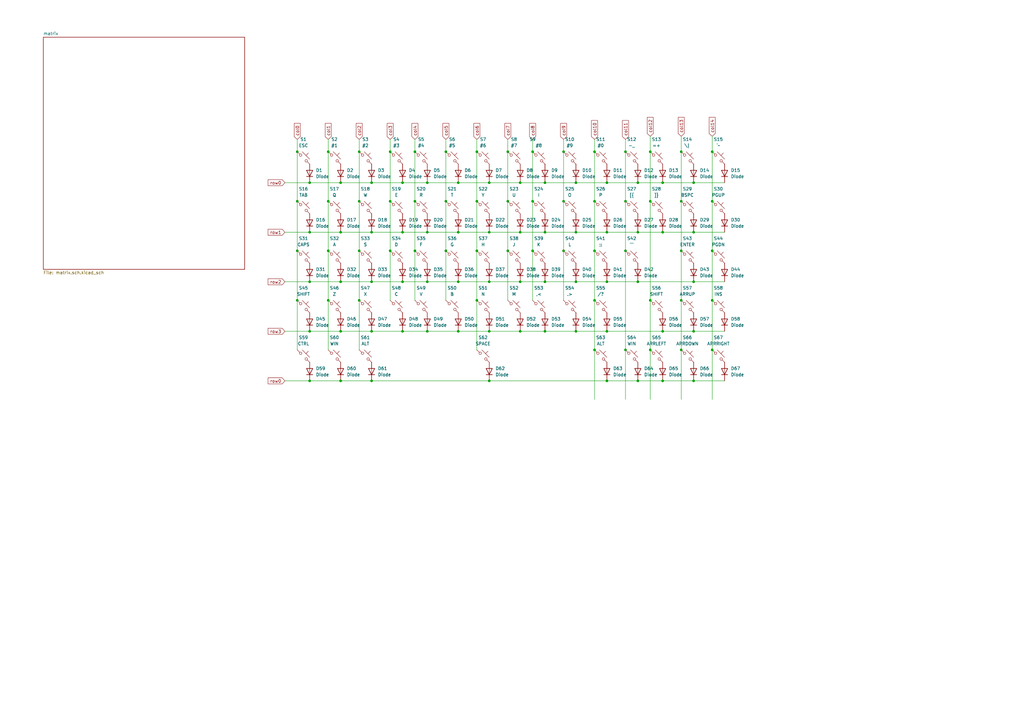
<source format=kicad_sch>
(kicad_sch (version 20231120) (generator "eeschema") (generator_version "8.0")
  (paper "A3")
  (junction (at 208.28 82.55))
  (junction (at 134.62 102.87))
  (junction (at 127 115.57))
  (junction (at 223.52 95.25))
  (junction (at 160.02 82.55))
  (junction (at 261.62 156.21))
  (junction (at 236.22 74.93))
  (junction (at 243.84 82.55))
  (junction (at 292.1 123.19))
  (junction (at 248.92 135.89))
  (junction (at 121.92 62.23))
  (junction (at 200.66 74.93))
  (junction (at 134.62 82.55))
  (junction (at 208.28 102.87))
  (junction (at 218.44 102.87))
  (junction (at 165.1 95.25))
  (junction (at 284.48 95.25))
  (junction (at 261.62 95.25))
  (junction (at 160.02 62.23))
  (junction (at 248.92 74.93))
  (junction (at 284.48 115.57))
  (junction (at 195.58 123.19))
  (junction (at 271.78 156.21))
  (junction (at 243.84 62.23))
  (junction (at 231.14 102.87))
  (junction (at 134.62 123.19))
  (junction (at 127 74.93))
  (junction (at 139.7 74.93))
  (junction (at 170.18 82.55))
  (junction (at 147.32 102.87))
  (junction (at 139.7 156.21))
  (junction (at 175.26 95.25))
  (junction (at 200.66 115.57))
  (junction (at 292.1 62.23))
  (junction (at 127 95.25))
  (junction (at 213.36 115.57))
  (junction (at 165.1 115.57))
  (junction (at 182.88 62.23))
  (junction (at 279.4 62.23))
  (junction (at 170.18 62.23))
  (junction (at 279.4 102.87))
  (junction (at 261.62 115.57))
  (junction (at 213.36 95.25))
  (junction (at 147.32 62.23))
  (junction (at 223.52 115.57))
  (junction (at 236.22 135.89))
  (junction (at 147.32 82.55))
  (junction (at 121.92 123.19))
  (junction (at 271.78 95.25))
  (junction (at 292.1 143.51))
  (junction (at 256.54 143.51))
  (junction (at 170.18 102.87))
  (junction (at 292.1 82.55))
  (junction (at 266.7 82.55))
  (junction (at 243.84 143.51))
  (junction (at 165.1 135.89))
  (junction (at 208.28 62.23))
  (junction (at 152.4 74.93))
  (junction (at 121.92 82.55))
  (junction (at 271.78 135.89))
  (junction (at 248.92 156.21))
  (junction (at 271.78 74.93))
  (junction (at 165.1 74.93))
  (junction (at 139.7 115.57))
  (junction (at 256.54 102.87))
  (junction (at 152.4 156.21))
  (junction (at 236.22 95.25))
  (junction (at 152.4 135.89))
  (junction (at 218.44 82.55))
  (junction (at 213.36 74.93))
  (junction (at 187.96 115.57))
  (junction (at 200.66 156.21))
  (junction (at 175.26 115.57))
  (junction (at 223.52 135.89))
  (junction (at 139.7 135.89))
  (junction (at 213.36 135.89))
  (junction (at 266.7 123.19))
  (junction (at 243.84 102.87))
  (junction (at 187.96 74.93))
  (junction (at 160.02 102.87))
  (junction (at 231.14 82.55))
  (junction (at 195.58 62.23))
  (junction (at 182.88 102.87))
  (junction (at 195.58 102.87))
  (junction (at 284.48 74.93))
  (junction (at 256.54 62.23))
  (junction (at 139.7 95.25))
  (junction (at 279.4 143.51))
  (junction (at 134.62 62.23))
  (junction (at 284.48 156.21))
  (junction (at 279.4 123.19))
  (junction (at 248.92 115.57))
  (junction (at 256.54 82.55))
  (junction (at 223.52 74.93))
  (junction (at 175.26 135.89))
  (junction (at 175.26 74.93))
  (junction (at 243.84 123.19))
  (junction (at 152.4 95.25))
  (junction (at 236.22 115.57))
  (junction (at 266.7 62.23))
  (junction (at 292.1 102.87))
  (junction (at 218.44 62.23))
  (junction (at 248.92 95.25))
  (junction (at 187.96 135.89))
  (junction (at 261.62 74.93))
  (junction (at 200.66 95.25))
  (junction (at 127 135.89))
  (junction (at 152.4 115.57))
  (junction (at 187.96 95.25))
  (junction (at 182.88 82.55))
  (junction (at 266.7 143.51))
  (junction (at 279.4 82.55))
  (junction (at 284.48 135.89))
  (junction (at 127 156.21))
  (junction (at 121.92 102.87))
  (junction (at 231.14 62.23))
  (junction (at 195.58 82.55))
  (junction (at 200.66 135.89))
  (junction (at 147.32 123.19))
  (wire (pts (xy 208.28 102.87) (xy 208.28 123.19)))
  (wire (pts (xy 279.4 143.51) (xy 279.4 163.83)))
  (wire (pts (xy 200.66 156.21) (xy 248.92 156.21)))
  (wire (pts (xy 213.36 115.57) (xy 223.52 115.57)))
  (wire (pts (xy 160.02 82.55) (xy 160.02 102.87)))
  (wire (pts (xy 116.84 156.21) (xy 127 156.21)))
  (wire (pts (xy 266.7 55.88) (xy 266.7 62.23)))
  (wire (pts (xy 218.44 82.55) (xy 218.44 102.87)))
  (wire (pts (xy 182.88 82.55) (xy 182.88 102.87)))
  (wire (pts (xy 187.96 95.25) (xy 200.66 95.25)))
  (wire (pts (xy 165.1 74.93) (xy 175.26 74.93)))
  (wire (pts (xy 279.4 82.55) (xy 279.4 102.87)))
  (wire (pts (xy 134.62 82.55) (xy 134.62 102.87)))
  (wire (pts (xy 284.48 156.21) (xy 297.18 156.21)))
  (wire (pts (xy 256.54 57.15) (xy 256.54 62.23)))
  (wire (pts (xy 200.66 115.57) (xy 213.36 115.57)))
  (wire (pts (xy 152.4 115.57) (xy 165.1 115.57)))
  (wire (pts (xy 248.92 95.25) (xy 261.62 95.25)))
  (wire (pts (xy 127 156.21) (xy 139.7 156.21)))
  (wire (pts (xy 243.84 62.23) (xy 243.84 82.55)))
  (wire (pts (xy 182.88 57.15) (xy 182.88 62.23)))
  (wire (pts (xy 292.1 102.87) (xy 292.1 123.19)))
  (wire (pts (xy 175.26 135.89) (xy 187.96 135.89)))
  (wire (pts (xy 200.66 74.93) (xy 213.36 74.93)))
  (wire (pts (xy 261.62 156.21) (xy 271.78 156.21)))
  (wire (pts (xy 231.14 57.15) (xy 231.14 62.23)))
  (wire (pts (xy 170.18 102.87) (xy 170.18 123.19)))
  (wire (pts (xy 231.14 82.55) (xy 231.14 102.87)))
  (wire (pts (xy 292.1 143.51) (xy 292.1 163.83)))
  (wire (pts (xy 284.48 135.89) (xy 297.18 135.89)))
  (wire (pts (xy 139.7 95.25) (xy 152.4 95.25)))
  (wire (pts (xy 256.54 62.23) (xy 256.54 82.55)))
  (wire (pts (xy 195.58 102.87) (xy 195.58 123.19)))
  (wire (pts (xy 187.96 115.57) (xy 200.66 115.57)))
  (wire (pts (xy 231.14 102.87) (xy 231.14 123.19)))
  (wire (pts (xy 236.22 95.25) (xy 248.92 95.25)))
  (wire (pts (xy 160.02 57.15) (xy 160.02 62.23)))
  (wire (pts (xy 121.92 57.15) (xy 121.92 62.23)))
  (wire (pts (xy 175.26 95.25) (xy 187.96 95.25)))
  (wire (pts (xy 243.84 57.15) (xy 243.84 62.23)))
  (wire (pts (xy 218.44 57.15) (xy 218.44 62.23)))
  (wire (pts (xy 218.44 102.87) (xy 218.44 123.19)))
  (wire (pts (xy 223.52 135.89) (xy 236.22 135.89)))
  (wire (pts (xy 213.36 95.25) (xy 223.52 95.25)))
  (wire (pts (xy 182.88 62.23) (xy 182.88 82.55)))
  (wire (pts (xy 248.92 135.89) (xy 271.78 135.89)))
  (wire (pts (xy 134.62 57.15) (xy 134.62 62.23)))
  (wire (pts (xy 256.54 143.51) (xy 256.54 163.83)))
  (wire (pts (xy 121.92 62.23) (xy 121.92 82.55)))
  (wire (pts (xy 261.62 95.25) (xy 271.78 95.25)))
  (wire (pts (xy 292.1 123.19) (xy 292.1 143.51)))
  (wire (pts (xy 147.32 82.55) (xy 147.32 102.87)))
  (wire (pts (xy 127 95.25) (xy 139.7 95.25)))
  (wire (pts (xy 243.84 123.19) (xy 243.84 143.51)))
  (wire (pts (xy 271.78 135.89) (xy 284.48 135.89)))
  (wire (pts (xy 292.1 82.55) (xy 292.1 102.87)))
  (wire (pts (xy 223.52 74.93) (xy 236.22 74.93)))
  (wire (pts (xy 200.66 135.89) (xy 213.36 135.89)))
  (wire (pts (xy 127 135.89) (xy 139.7 135.89)))
  (wire (pts (xy 261.62 115.57) (xy 284.48 115.57)))
  (wire (pts (xy 134.62 102.87) (xy 134.62 123.19)))
  (wire (pts (xy 134.62 123.19) (xy 134.62 143.51)))
  (wire (pts (xy 134.62 62.23) (xy 134.62 82.55)))
  (wire (pts (xy 231.14 62.23) (xy 231.14 82.55)))
  (wire (pts (xy 147.32 57.15) (xy 147.32 62.23)))
  (wire (pts (xy 279.4 102.87) (xy 279.4 123.19)))
  (wire (pts (xy 127 74.93) (xy 139.7 74.93)))
  (wire (pts (xy 213.36 135.89) (xy 223.52 135.89)))
  (wire (pts (xy 195.58 62.23) (xy 195.58 82.55)))
  (wire (pts (xy 165.1 135.89) (xy 175.26 135.89)))
  (wire (pts (xy 223.52 115.57) (xy 236.22 115.57)))
  (wire (pts (xy 292.1 62.23) (xy 292.1 82.55)))
  (wire (pts (xy 279.4 62.23) (xy 279.4 82.55)))
  (wire (pts (xy 127 115.57) (xy 139.7 115.57)))
  (wire (pts (xy 236.22 74.93) (xy 248.92 74.93)))
  (wire (pts (xy 139.7 156.21) (xy 152.4 156.21)))
  (wire (pts (xy 195.58 123.19) (xy 195.58 143.51)))
  (wire (pts (xy 139.7 135.89) (xy 152.4 135.89)))
  (wire (pts (xy 170.18 82.55) (xy 170.18 102.87)))
  (wire (pts (xy 116.84 115.57) (xy 127 115.57)))
  (wire (pts (xy 243.84 102.87) (xy 243.84 123.19)))
  (wire (pts (xy 208.28 57.15) (xy 208.28 62.23)))
  (wire (pts (xy 218.44 62.23) (xy 218.44 82.55)))
  (wire (pts (xy 292.1 55.88) (xy 292.1 62.23)))
  (wire (pts (xy 147.32 123.19) (xy 147.32 143.51)))
  (wire (pts (xy 152.4 156.21) (xy 200.66 156.21)))
  (wire (pts (xy 208.28 62.23) (xy 208.28 82.55)))
  (wire (pts (xy 271.78 156.21) (xy 284.48 156.21)))
  (wire (pts (xy 213.36 74.93) (xy 223.52 74.93)))
  (wire (pts (xy 195.58 57.15) (xy 195.58 62.23)))
  (wire (pts (xy 175.26 115.57) (xy 187.96 115.57)))
  (wire (pts (xy 152.4 135.89) (xy 165.1 135.89)))
  (wire (pts (xy 121.92 123.19) (xy 121.92 143.51)))
  (wire (pts (xy 266.7 123.19) (xy 266.7 143.51)))
  (wire (pts (xy 165.1 95.25) (xy 175.26 95.25)))
  (wire (pts (xy 147.32 62.23) (xy 147.32 82.55)))
  (wire (pts (xy 271.78 95.25) (xy 284.48 95.25)))
  (wire (pts (xy 223.52 95.25) (xy 236.22 95.25)))
  (wire (pts (xy 266.7 143.51) (xy 266.7 163.83)))
  (wire (pts (xy 187.96 74.93) (xy 200.66 74.93)))
  (wire (pts (xy 170.18 57.15) (xy 170.18 62.23)))
  (wire (pts (xy 248.92 115.57) (xy 261.62 115.57)))
  (wire (pts (xy 266.7 82.55) (xy 266.7 123.19)))
  (wire (pts (xy 160.02 102.87) (xy 160.02 123.19)))
  (wire (pts (xy 200.66 95.25) (xy 213.36 95.25)))
  (wire (pts (xy 187.96 135.89) (xy 200.66 135.89)))
  (wire (pts (xy 147.32 102.87) (xy 147.32 123.19)))
  (wire (pts (xy 160.02 62.23) (xy 160.02 82.55)))
  (wire (pts (xy 271.78 74.93) (xy 284.48 74.93)))
  (wire (pts (xy 182.88 102.87) (xy 182.88 123.19)))
  (wire (pts (xy 279.4 123.19) (xy 279.4 143.51)))
  (wire (pts (xy 116.84 74.93) (xy 127 74.93)))
  (wire (pts (xy 208.28 82.55) (xy 208.28 102.87)))
  (wire (pts (xy 261.62 74.93) (xy 271.78 74.93)))
  (wire (pts (xy 243.84 82.55) (xy 243.84 102.87)))
  (wire (pts (xy 248.92 156.21) (xy 261.62 156.21)))
  (wire (pts (xy 236.22 135.89) (xy 248.92 135.89)))
  (wire (pts (xy 152.4 95.25) (xy 165.1 95.25)))
  (wire (pts (xy 139.7 74.93) (xy 152.4 74.93)))
  (wire (pts (xy 175.26 74.93) (xy 187.96 74.93)))
  (wire (pts (xy 195.58 82.55) (xy 195.58 102.87)))
  (wire (pts (xy 284.48 115.57) (xy 297.18 115.57)))
  (wire (pts (xy 170.18 62.23) (xy 170.18 82.55)))
  (wire (pts (xy 248.92 74.93) (xy 261.62 74.93)))
  (wire (pts (xy 121.92 102.87) (xy 121.92 123.19)))
  (wire (pts (xy 279.4 55.88) (xy 279.4 62.23)))
  (wire (pts (xy 256.54 82.55) (xy 256.54 102.87)))
  (wire (pts (xy 284.48 95.25) (xy 297.18 95.25)))
  (wire (pts (xy 139.7 115.57) (xy 152.4 115.57)))
  (wire (pts (xy 243.84 143.51) (xy 243.84 163.83)))
  (wire (pts (xy 165.1 115.57) (xy 175.26 115.57)))
  (wire (pts (xy 116.84 135.89) (xy 127 135.89)))
  (wire (pts (xy 256.54 102.87) (xy 256.54 143.51)))
  (wire (pts (xy 236.22 115.57) (xy 248.92 115.57)))
  (wire (pts (xy 152.4 74.93) (xy 165.1 74.93)))
  (wire (pts (xy 121.92 82.55) (xy 121.92 102.87)))
  (wire (pts (xy 266.7 62.23) (xy 266.7 82.55)))
  (wire (pts (xy 116.84 95.25) (xy 127 95.25)))
  (wire (pts (xy 284.48 74.93) (xy 297.18 74.93)))
  (global_label "col6" (shape input) (at 195.58 57.15 90) (property "Intersheetrefs" "${INTERSHEET_REFS}" (effects (hide yes))))
  (global_label "col4" (shape input) (at 170.18 57.15 90) (property "Intersheetrefs" "${INTERSHEET_REFS}" (effects (hide yes))))
  (global_label "col13" (shape input) (at 279.4 55.88 90) (property "Intersheetrefs" "${INTERSHEET_REFS}" (effects (hide yes))))
  (global_label "row1" (shape input) (at 116.84 95.25 180) (property "Intersheetrefs" "${INTERSHEET_REFS}" (effects (hide yes))))
  (global_label "col3" (shape input) (at 160.02 57.15 90) (property "Intersheetrefs" "${INTERSHEET_REFS}" (effects (hide yes))))
  (global_label "col11" (shape input) (at 256.54 57.15 90) (property "Intersheetrefs" "${INTERSHEET_REFS}" (effects (hide yes))))
  (global_label "col12" (shape input) (at 266.7 55.88 90) (property "Intersheetrefs" "${INTERSHEET_REFS}" (effects (hide yes))))
  (global_label "col5" (shape input) (at 182.88 57.15 90) (property "Intersheetrefs" "${INTERSHEET_REFS}" (effects (hide yes))))
  (global_label "col2" (shape input) (at 147.32 57.15 90) (property "Intersheetrefs" "${INTERSHEET_REFS}" (effects (hide yes))))
  (global_label "col10" (shape input) (at 243.84 57.15 90) (property "Intersheetrefs" "${INTERSHEET_REFS}" (effects (hide yes))))
  (global_label "col7" (shape input) (at 208.28 57.15 90) (property "Intersheetrefs" "${INTERSHEET_REFS}" (effects (hide yes))))
  (global_label "col1" (shape input) (at 134.62 57.15 90) (property "Intersheetrefs" "${INTERSHEET_REFS}" (effects (hide yes))))
  (global_label "col0" (shape input) (at 121.92 57.15 90) (property "Intersheetrefs" "${INTERSHEET_REFS}" (effects (hide yes))))
  (global_label "row3" (shape input) (at 116.84 135.89 180) (property "Intersheetrefs" "${INTERSHEET_REFS}" (effects (hide yes))))
  (global_label "row2" (shape input) (at 116.84 115.57 180) (property "Intersheetrefs" "${INTERSHEET_REFS}" (effects (hide yes))))
  (global_label "row0" (shape input) (at 116.84 156.21 180) (property "Intersheetrefs" "${INTERSHEET_REFS}" (effects (hide yes))))
  (global_label "row0" (shape input) (at 116.84 74.93 180) (property "Intersheetrefs" "${INTERSHEET_REFS}" (effects (hide yes))))
  (global_label "col9" (shape input) (at 231.14 57.15 90) (property "Intersheetrefs" "${INTERSHEET_REFS}" (effects (hide yes))))
  (global_label "col8" (shape input) (at 218.44 57.15 90) (property "Intersheetrefs" "${INTERSHEET_REFS}" (effects (hide yes))))
  (global_label "col14" (shape input) (at 292.1 55.88 90) (property "Intersheetrefs" "${INTERSHEET_REFS}" (effects (hide yes))))
  (symbol (lib_id "ScottoKeebs:Placeholder_Diode") (at 152.4 111.76 90) (unit 1)
    (property "Reference" "D33" (at 154.94 110.4899 90) (effects (justify right)))
    (property "Value" "Diode" (at 154.94 113.0299 90) (effects (justify right)))
    (property "Description" "1N4148 (DO-35) or 1N4148W (SOD-123)" (effects (hide yes)))
    (property "Sim.Device" "D" (effects (hide yes)))
    (property "Sim.Pins" "1=K 2=A" (effects (hide yes)))
  )
  (symbol (lib_id "ScottoKeebs:Placeholder_Diode") (at 297.18 132.08 90) (unit 1)
    (property "Reference" "D58" (at 299.72 130.8099 90) (effects (justify right)))
    (property "Value" "Diode" (at 299.72 133.3499 90) (effects (justify right)))
    (property "Description" "1N4148 (DO-35) or 1N4148W (SOD-123)" (effects (hide yes)))
    (property "Sim.Device" "D" (effects (hide yes)))
    (property "Sim.Pins" "1=K 2=A" (effects (hide yes)))
  )
  (symbol (lib_id "ScottoKeebs:Placeholder_Keyswitch") (at 149.86 146.05 0) (unit 1)
    (property "Reference" "S61" (at 149.86 138.43 0))
    (property "Value" "ALT" (at 149.86 140.97 0))
    (property "Description" "Push button switch, normally open, two pins, 45° tilted" (effects (hide yes)))
  )
  (symbol (lib_id "ScottoKeebs:Placeholder_Keyswitch") (at 124.46 85.09 0) (unit 1)
    (property "Reference" "S16" (at 124.46 77.47 0))
    (property "Value" "TAB" (at 124.46 80.01 0))
    (property "Description" "Push button switch, normally open, two pins, 45° tilted" (effects (hide yes)))
  )
  (symbol (lib_id "ScottoKeebs:Placeholder_Diode") (at 165.1 71.12 90) (unit 1)
    (property "Reference" "D4" (at 167.64 69.8499 90) (effects (justify right)))
    (property "Value" "Diode" (at 167.64 72.3899 90) (effects (justify right)))
    (property "Description" "1N4148 (DO-35) or 1N4148W (SOD-123)" (effects (hide yes)))
    (property "Sim.Device" "D" (effects (hide yes)))
    (property "Sim.Pins" "1=K 2=A" (effects (hide yes)))
  )
  (symbol (lib_id "ScottoKeebs:Placeholder_Diode") (at 139.7 71.12 90) (unit 1)
    (property "Reference" "D2" (at 142.24 69.8499 90) (effects (justify right)))
    (property "Value" "Diode" (at 142.24 72.3899 90) (effects (justify right)))
    (property "Description" "1N4148 (DO-35) or 1N4148W (SOD-123)" (effects (hide yes)))
    (property "Sim.Device" "D" (effects (hide yes)))
    (property "Sim.Pins" "1=K 2=A" (effects (hide yes)))
  )
  (symbol (lib_id "ScottoKeebs:Placeholder_Diode") (at 165.1 91.44 90) (unit 1)
    (property "Reference" "D19" (at 167.64 90.1699 90) (effects (justify right)))
    (property "Value" "Diode" (at 167.64 92.7099 90) (effects (justify right)))
    (property "Description" "1N4148 (DO-35) or 1N4148W (SOD-123)" (effects (hide yes)))
    (property "Sim.Device" "D" (effects (hide yes)))
    (property "Sim.Pins" "1=K 2=A" (effects (hide yes)))
  )
  (symbol (lib_id "ScottoKeebs:Placeholder_Diode") (at 284.48 111.76 90) (unit 1)
    (property "Reference" "D43" (at 287.02 110.4899 90) (effects (justify right)))
    (property "Value" "Diode" (at 287.02 113.0299 90) (effects (justify right)))
    (property "Description" "1N4148 (DO-35) or 1N4148W (SOD-123)" (effects (hide yes)))
    (property "Sim.Device" "D" (effects (hide yes)))
    (property "Sim.Pins" "1=K 2=A" (effects (hide yes)))
  )
  (symbol (lib_id "ScottoKeebs:Placeholder_Diode") (at 200.66 132.08 90) (unit 1)
    (property "Reference" "D51" (at 203.2 130.8099 90) (effects (justify right)))
    (property "Value" "Diode" (at 203.2 133.3499 90) (effects (justify right)))
    (property "Description" "1N4148 (DO-35) or 1N4148W (SOD-123)" (effects (hide yes)))
    (property "Sim.Device" "D" (effects (hide yes)))
    (property "Sim.Pins" "1=K 2=A" (effects (hide yes)))
  )
  (symbol (lib_id "ScottoKeebs:Placeholder_Keyswitch") (at 259.08 146.05 0) (unit 1)
    (property "Reference" "S64" (at 259.08 138.43 0))
    (property "Value" "WIN" (at 259.08 140.97 0))
    (property "Description" "Push button switch, normally open, two pins, 45° tilted" (effects (hide yes)))
  )
  (symbol (lib_id "ScottoKeebs:Placeholder_Diode") (at 127 91.44 90) (unit 1)
    (property "Reference" "D16" (at 129.54 90.1699 90) (effects (justify right)))
    (property "Value" "Diode" (at 129.54 92.7099 90) (effects (justify right)))
    (property "Description" "1N4148 (DO-35) or 1N4148W (SOD-123)" (effects (hide yes)))
    (property "Sim.Device" "D" (effects (hide yes)))
    (property "Sim.Pins" "1=K 2=A" (effects (hide yes)))
  )
  (symbol (lib_id "ScottoKeebs:Placeholder_Diode") (at 271.78 91.44 90) (unit 1)
    (property "Reference" "D28" (at 274.32 90.1699 90) (effects (justify right)))
    (property "Value" "Diode" (at 274.32 92.7099 90) (effects (justify right)))
    (property "Description" "1N4148 (DO-35) or 1N4148W (SOD-123)" (effects (hide yes)))
    (property "Sim.Device" "D" (effects (hide yes)))
    (property "Sim.Pins" "1=K 2=A" (effects (hide yes)))
  )
  (symbol (lib_id "ScottoKeebs:Placeholder_Diode") (at 213.36 71.12 90) (unit 1)
    (property "Reference" "D8" (at 215.9 69.8499 90) (effects (justify right)))
    (property "Value" "Diode" (at 215.9 72.3899 90) (effects (justify right)))
    (property "Description" "1N4148 (DO-35) or 1N4148W (SOD-123)" (effects (hide yes)))
    (property "Sim.Device" "D" (effects (hide yes)))
    (property "Sim.Pins" "1=K 2=A" (effects (hide yes)))
  )
  (symbol (lib_id "ScottoKeebs:Placeholder_Diode") (at 187.96 132.08 90) (unit 1)
    (property "Reference" "D50" (at 190.5 130.8099 90) (effects (justify right)))
    (property "Value" "Diode" (at 190.5 133.3499 90) (effects (justify right)))
    (property "Description" "1N4148 (DO-35) or 1N4148W (SOD-123)" (effects (hide yes)))
    (property "Sim.Device" "D" (effects (hide yes)))
    (property "Sim.Pins" "1=K 2=A" (effects (hide yes)))
  )
  (symbol (lib_id "ScottoKeebs:Placeholder_Diode") (at 213.36 111.76 90) (unit 1)
    (property "Reference" "D38" (at 215.9 110.4899 90) (effects (justify right)))
    (property "Value" "Diode" (at 215.9 113.0299 90) (effects (justify right)))
    (property "Description" "1N4148 (DO-35) or 1N4148W (SOD-123)" (effects (hide yes)))
    (property "Sim.Device" "D" (effects (hide yes)))
    (property "Sim.Pins" "1=K 2=A" (effects (hide yes)))
  )
  (symbol (lib_id "ScottoKeebs:Placeholder_Diode") (at 223.52 111.76 90) (unit 1)
    (property "Reference" "D39" (at 226.06 110.4899 90) (effects (justify right)))
    (property "Value" "Diode" (at 226.06 113.0299 90) (effects (justify right)))
    (property "Description" "1N4148 (DO-35) or 1N4148W (SOD-123)" (effects (hide yes)))
    (property "Sim.Device" "D" (effects (hide yes)))
    (property "Sim.Pins" "1=K 2=A" (effects (hide yes)))
  )
  (symbol (lib_id "ScottoKeebs:Placeholder_Diode") (at 284.48 71.12 90) (unit 1)
    (property "Reference" "D14" (at 287.02 69.8499 90) (effects (justify right)))
    (property "Value" "Diode" (at 287.02 72.3899 90) (effects (justify right)))
    (property "Description" "1N4148 (DO-35) or 1N4148W (SOD-123)" (effects (hide yes)))
    (property "Sim.Device" "D" (effects (hide yes)))
    (property "Sim.Pins" "1=K 2=A" (effects (hide yes)))
  )
  (symbol (lib_id "ScottoKeebs:Placeholder_Diode") (at 236.22 71.12 90) (unit 1)
    (property "Reference" "D10" (at 238.76 69.8499 90) (effects (justify right)))
    (property "Value" "Diode" (at 238.76 72.3899 90) (effects (justify right)))
    (property "Description" "1N4148 (DO-35) or 1N4148W (SOD-123)" (effects (hide yes)))
    (property "Sim.Device" "D" (effects (hide yes)))
    (property "Sim.Pins" "1=K 2=A" (effects (hide yes)))
  )
  (symbol (lib_id "ScottoKeebs:Placeholder_Keyswitch") (at 246.38 64.77 0) (unit 1)
    (property "Reference" "S11" (at 246.38 57.15 0))
    (property "Value" "#0" (at 246.38 59.69 0))
    (property "Description" "Push button switch, normally open, two pins, 45° tilted" (effects (hide yes)))
  )
  (symbol (lib_id "ScottoKeebs:Placeholder_Keyswitch") (at 233.68 125.73 0) (unit 1)
    (property "Reference" "S54" (at 233.68 118.11 0))
    (property "Value" ".>" (at 233.68 120.65 0))
    (property "Description" "Push button switch, normally open, two pins, 45° tilted" (effects (hide yes)))
  )
  (symbol (lib_id "ScottoKeebs:Placeholder_Diode") (at 175.26 132.08 90) (unit 1)
    (property "Reference" "D49" (at 177.8 130.8099 90) (effects (justify right)))
    (property "Value" "Diode" (at 177.8 133.3499 90) (effects (justify right)))
    (property "Description" "1N4148 (DO-35) or 1N4148W (SOD-123)" (effects (hide yes)))
    (property "Sim.Device" "D" (effects (hide yes)))
    (property "Sim.Pins" "1=K 2=A" (effects (hide yes)))
  )
  (symbol (lib_id "ScottoKeebs:Placeholder_Keyswitch") (at 269.24 125.73 0) (unit 1)
    (property "Reference" "S56" (at 269.24 118.11 0))
    (property "Value" "SHIFT" (at 269.24 120.65 0))
    (property "Description" "Push button switch, normally open, two pins, 45° tilted" (effects (hide yes)))
  )
  (symbol (lib_id "ScottoKeebs:Placeholder_Keyswitch") (at 246.38 146.05 0) (unit 1)
    (property "Reference" "S63" (at 246.38 138.43 0))
    (property "Value" "ALT" (at 246.38 140.97 0))
    (property "Description" "Push button switch, normally open, two pins, 45° tilted" (effects (hide yes)))
  )
  (symbol (lib_id "ScottoKeebs:Placeholder_Diode") (at 248.92 71.12 90) (unit 1)
    (property "Reference" "D11" (at 251.46 69.8499 90) (effects (justify right)))
    (property "Value" "Diode" (at 251.46 72.3899 90) (effects (justify right)))
    (property "Description" "1N4148 (DO-35) or 1N4148W (SOD-123)" (effects (hide yes)))
    (property "Sim.Device" "D" (effects (hide yes)))
    (property "Sim.Pins" "1=K 2=A" (effects (hide yes)))
  )
  (symbol (lib_id "ScottoKeebs:Placeholder_Keyswitch") (at 210.82 125.73 0) (unit 1)
    (property "Reference" "S52" (at 210.82 118.11 0))
    (property "Value" "M" (at 210.82 120.65 0))
    (property "Description" "Push button switch, normally open, two pins, 45° tilted" (effects (hide yes)))
  )
  (symbol (lib_id "ScottoKeebs:Placeholder_Keyswitch") (at 198.12 64.77 0) (unit 1)
    (property "Reference" "S7" (at 198.12 57.15 0))
    (property "Value" "#6" (at 198.12 59.69 0))
    (property "Description" "Push button switch, normally open, two pins, 45° tilted" (effects (hide yes)))
  )
  (symbol (lib_id "ScottoKeebs:Placeholder_Keyswitch") (at 281.94 105.41 0) (unit 1)
    (property "Reference" "S43" (at 281.94 97.79 0))
    (property "Value" "ENTER" (at 281.94 100.33 0))
    (property "Description" "Push button switch, normally open, two pins, 45° tilted" (effects (hide yes)))
  )
  (symbol (lib_id "ScottoKeebs:Placeholder_Diode") (at 297.18 152.4 90) (unit 1)
    (property "Reference" "D67" (at 299.72 151.1299 90) (effects (justify right)))
    (property "Value" "Diode" (at 299.72 153.6699 90) (effects (justify right)))
    (property "Description" "1N4148 (DO-35) or 1N4148W (SOD-123)" (effects (hide yes)))
    (property "Sim.Device" "D" (effects (hide yes)))
    (property "Sim.Pins" "1=K 2=A" (effects (hide yes)))
  )
  (symbol (lib_id "ScottoKeebs:Placeholder_Diode") (at 248.92 132.08 90) (unit 1)
    (property "Reference" "D55" (at 251.46 130.8099 90) (effects (justify right)))
    (property "Value" "Diode" (at 251.46 133.3499 90) (effects (justify right)))
    (property "Description" "1N4148 (DO-35) or 1N4148W (SOD-123)" (effects (hide yes)))
    (property "Sim.Device" "D" (effects (hide yes)))
    (property "Sim.Pins" "1=K 2=A" (effects (hide yes)))
  )
  (symbol (lib_id "ScottoKeebs:Placeholder_Keyswitch") (at 162.56 85.09 0) (unit 1)
    (property "Reference" "S19" (at 162.56 77.47 0))
    (property "Value" "E" (at 162.56 80.01 0))
    (property "Description" "Push button switch, normally open, two pins, 45° tilted" (effects (hide yes)))
  )
  (symbol (lib_id "ScottoKeebs:Placeholder_Diode") (at 200.66 111.76 90) (unit 1)
    (property "Reference" "D37" (at 203.2 110.4899 90) (effects (justify right)))
    (property "Value" "Diode" (at 203.2 113.0299 90) (effects (justify right)))
    (property "Description" "1N4148 (DO-35) or 1N4148W (SOD-123)" (effects (hide yes)))
    (property "Sim.Device" "D" (effects (hide yes)))
    (property "Sim.Pins" "1=K 2=A" (effects (hide yes)))
  )
  (symbol (lib_id "ScottoKeebs:Placeholder_Keyswitch") (at 220.98 125.73 0) (unit 1)
    (property "Reference" "S53" (at 220.98 118.11 0))
    (property "Value" ",<" (at 220.98 120.65 0))
    (property "Description" "Push button switch, normally open, two pins, 45° tilted" (effects (hide yes)))
  )
  (symbol (lib_id "ScottoKeebs:Placeholder_Keyswitch") (at 172.72 105.41 0) (unit 1)
    (property "Reference" "S35" (at 172.72 97.79 0))
    (property "Value" "F" (at 172.72 100.33 0))
    (property "Description" "Push button switch, normally open, two pins, 45° tilted" (effects (hide yes)))
  )
  (symbol (lib_id "ScottoKeebs:Placeholder_Diode") (at 248.92 91.44 90) (unit 1)
    (property "Reference" "D26" (at 251.46 90.1699 90) (effects (justify right)))
    (property "Value" "Diode" (at 251.46 92.7099 90) (effects (justify right)))
    (property "Description" "1N4148 (DO-35) or 1N4148W (SOD-123)" (effects (hide yes)))
    (property "Sim.Device" "D" (effects (hide yes)))
    (property "Sim.Pins" "1=K 2=A" (effects (hide yes)))
  )
  (symbol (lib_id "ScottoKeebs:Placeholder_Keyswitch") (at 210.82 105.41 0) (unit 1)
    (property "Reference" "S38" (at 210.82 97.79 0))
    (property "Value" "J" (at 210.82 100.33 0))
    (property "Description" "Push button switch, normally open, two pins, 45° tilted" (effects (hide yes)))
  )
  (symbol (lib_id "ScottoKeebs:Placeholder_Diode") (at 139.7 152.4 90) (unit 1)
    (property "Reference" "D60" (at 142.24 151.1299 90) (effects (justify right)))
    (property "Value" "Diode" (at 142.24 153.6699 90) (effects (justify right)))
    (property "Description" "1N4148 (DO-35) or 1N4148W (SOD-123)" (effects (hide yes)))
    (property "Sim.Device" "D" (effects (hide yes)))
    (property "Sim.Pins" "1=K 2=A" (effects (hide yes)))
  )
  (symbol (lib_id "ScottoKeebs:Placeholder_Diode") (at 223.52 71.12 90) (unit 1)
    (property "Reference" "D9" (at 226.06 69.8499 90) (effects (justify right)))
    (property "Value" "Diode" (at 226.06 72.3899 90) (effects (justify right)))
    (property "Description" "1N4148 (DO-35) or 1N4148W (SOD-123)" (effects (hide yes)))
    (property "Sim.Device" "D" (effects (hide yes)))
    (property "Sim.Pins" "1=K 2=A" (effects (hide yes)))
  )
  (symbol (lib_id "ScottoKeebs:Placeholder_Keyswitch") (at 137.16 125.73 0) (unit 1)
    (property "Reference" "S46" (at 137.16 118.11 0))
    (property "Value" "Z" (at 137.16 120.65 0))
    (property "Description" "Push button switch, normally open, two pins, 45° tilted" (effects (hide yes)))
  )
  (symbol (lib_id "ScottoKeebs:Placeholder_Diode") (at 297.18 71.12 90) (unit 1)
    (property "Reference" "D15" (at 299.72 69.8499 90) (effects (justify right)))
    (property "Value" "Diode" (at 299.72 72.3899 90) (effects (justify right)))
    (property "Description" "1N4148 (DO-35) or 1N4148W (SOD-123)" (effects (hide yes)))
    (property "Sim.Device" "D" (effects (hide yes)))
    (property "Sim.Pins" "1=K 2=A" (effects (hide yes)))
  )
  (symbol (lib_id "ScottoKeebs:Placeholder_Keyswitch") (at 220.98 105.41 0) (unit 1)
    (property "Reference" "S39" (at 220.98 97.79 0))
    (property "Value" "K" (at 220.98 100.33 0))
    (property "Description" "Push button switch, normally open, two pins, 45° tilted" (effects (hide yes)))
  )
  (symbol (lib_id "ScottoKeebs:Placeholder_Keyswitch") (at 294.64 105.41 0) (unit 1)
    (property "Reference" "S44" (at 294.64 97.79 0))
    (property "Value" "PGDN" (at 294.64 100.33 0))
    (property "Description" "Push button switch, normally open, two pins, 45° tilted" (effects (hide yes)))
  )
  (symbol (lib_id "ScottoKeebs:Placeholder_Diode") (at 271.78 71.12 90) (unit 1)
    (property "Reference" "D13" (at 274.32 69.8499 90) (effects (justify right)))
    (property "Value" "Diode" (at 274.32 72.3899 90) (effects (justify right)))
    (property "Description" "1N4148 (DO-35) or 1N4148W (SOD-123)" (effects (hide yes)))
    (property "Sim.Device" "D" (effects (hide yes)))
    (property "Sim.Pins" "1=K 2=A" (effects (hide yes)))
  )
  (symbol (lib_id "ScottoKeebs:Placeholder_Diode") (at 175.26 91.44 90) (unit 1)
    (property "Reference" "D20" (at 177.8 90.1699 90) (effects (justify right)))
    (property "Value" "Diode" (at 177.8 92.7099 90) (effects (justify right)))
    (property "Description" "1N4148 (DO-35) or 1N4148W (SOD-123)" (effects (hide yes)))
    (property "Sim.Device" "D" (effects (hide yes)))
    (property "Sim.Pins" "1=K 2=A" (effects (hide yes)))
  )
  (symbol (lib_id "ScottoKeebs:Placeholder_Keyswitch") (at 172.72 85.09 0) (unit 1)
    (property "Reference" "S20" (at 172.72 77.47 0))
    (property "Value" "R" (at 172.72 80.01 0))
    (property "Description" "Push button switch, normally open, two pins, 45° tilted" (effects (hide yes)))
  )
  (symbol (lib_id "ScottoKeebs:Placeholder_Keyswitch") (at 294.64 64.77 0) (unit 1)
    (property "Reference" "S15" (at 294.64 57.15 0))
    (property "Value" "`~" (at 294.64 59.69 0))
    (property "Description" "Push button switch, normally open, two pins, 45° tilted" (effects (hide yes)))
  )
  (symbol (lib_id "ScottoKeebs:Placeholder_Keyswitch") (at 269.24 64.77 0) (unit 1)
    (property "Reference" "S13" (at 269.24 57.15 0))
    (property "Value" "=+" (at 269.24 59.69 0))
    (property "Description" "Push button switch, normally open, two pins, 45° tilted" (effects (hide yes)))
  )
  (symbol (lib_id "ScottoKeebs:Placeholder_Diode") (at 284.48 152.4 90) (unit 1)
    (property "Reference" "D66" (at 287.02 151.1299 90) (effects (justify right)))
    (property "Value" "Diode" (at 287.02 153.6699 90) (effects (justify right)))
    (property "Description" "1N4148 (DO-35) or 1N4148W (SOD-123)" (effects (hide yes)))
    (property "Sim.Device" "D" (effects (hide yes)))
    (property "Sim.Pins" "1=K 2=A" (effects (hide yes)))
  )
  (symbol (lib_id "ScottoKeebs:Placeholder_Keyswitch") (at 259.08 85.09 0) (unit 1)
    (property "Reference" "S27" (at 259.08 77.47 0))
    (property "Value" "[{" (at 259.08 80.01 0))
    (property "Description" "Push button switch, normally open, two pins, 45° tilted" (effects (hide yes)))
  )
  (symbol (lib_id "ScottoKeebs:Placeholder_Diode") (at 187.96 71.12 90) (unit 1)
    (property "Reference" "D6" (at 190.5 69.8499 90) (effects (justify right)))
    (property "Value" "Diode" (at 190.5 72.3899 90) (effects (justify right)))
    (property "Description" "1N4148 (DO-35) or 1N4148W (SOD-123)" (effects (hide yes)))
    (property "Sim.Device" "D" (effects (hide yes)))
    (property "Sim.Pins" "1=K 2=A" (effects (hide yes)))
  )
  (symbol (lib_id "ScottoKeebs:Placeholder_Keyswitch") (at 220.98 85.09 0) (unit 1)
    (property "Reference" "S24" (at 220.98 77.47 0))
    (property "Value" "I" (at 220.98 80.01 0))
    (property "Description" "Push button switch, normally open, two pins, 45° tilted" (effects (hide yes)))
  )
  (symbol (lib_id "ScottoKeebs:Placeholder_Keyswitch") (at 162.56 105.41 0) (unit 1)
    (property "Reference" "S34" (at 162.56 97.79 0))
    (property "Value" "D" (at 162.56 100.33 0))
    (property "Description" "Push button switch, normally open, two pins, 45° tilted" (effects (hide yes)))
  )
  (symbol (lib_id "ScottoKeebs:Placeholder_Diode") (at 271.78 152.4 90) (unit 1)
    (property "Reference" "D65" (at 274.32 151.1299 90) (effects (justify right)))
    (property "Value" "Diode" (at 274.32 153.6699 90) (effects (justify right)))
    (property "Description" "1N4148 (DO-35) or 1N4148W (SOD-123)" (effects (hide yes)))
    (property "Sim.Device" "D" (effects (hide yes)))
    (property "Sim.Pins" "1=K 2=A" (effects (hide yes)))
  )
  (symbol (lib_id "ScottoKeebs:Placeholder_Diode") (at 175.26 111.76 90) (unit 1)
    (property "Reference" "D35" (at 177.8 110.4899 90) (effects (justify right)))
    (property "Value" "Diode" (at 177.8 113.0299 90) (effects (justify right)))
    (property "Description" "1N4148 (DO-35) or 1N4148W (SOD-123)" (effects (hide yes)))
    (property "Sim.Device" "D" (effects (hide yes)))
    (property "Sim.Pins" "1=K 2=A" (effects (hide yes)))
  )
  (symbol (lib_id "ScottoKeebs:Placeholder_Diode") (at 248.92 152.4 90) (unit 1)
    (property "Reference" "D63" (at 251.46 151.1299 90) (effects (justify right)))
    (property "Value" "Diode" (at 251.46 153.6699 90) (effects (justify right)))
    (property "Description" "1N4148 (DO-35) or 1N4148W (SOD-123)" (effects (hide yes)))
    (property "Sim.Device" "D" (effects (hide yes)))
    (property "Sim.Pins" "1=K 2=A" (effects (hide yes)))
  )
  (symbol (lib_id "ScottoKeebs:Placeholder_Diode") (at 152.4 91.44 90) (unit 1)
    (property "Reference" "D18" (at 154.94 90.1699 90) (effects (justify right)))
    (property "Value" "Diode" (at 154.94 92.7099 90) (effects (justify right)))
    (property "Description" "1N4148 (DO-35) or 1N4148W (SOD-123)" (effects (hide yes)))
    (property "Sim.Device" "D" (effects (hide yes)))
    (property "Sim.Pins" "1=K 2=A" (effects (hide yes)))
  )
  (symbol (lib_id "ScottoKeebs:Placeholder_Keyswitch") (at 185.42 105.41 0) (unit 1)
    (property "Reference" "S36" (at 185.42 97.79 0))
    (property "Value" "G" (at 185.42 100.33 0))
    (property "Description" "Push button switch, normally open, two pins, 45° tilted" (effects (hide yes)))
  )
  (symbol (lib_id "ScottoKeebs:Placeholder_Keyswitch") (at 220.98 64.77 0) (unit 1)
    (property "Reference" "S9" (at 218.44 57.15 0))
    (property "Value" "#8" (at 220.98 59.69 0))
    (property "Description" "Push button switch, normally open, two pins, 45° tilted" (effects (hide yes)))
  )
  (symbol (lib_id "ScottoKeebs:Placeholder_Keyswitch") (at 281.94 125.73 0) (unit 1)
    (property "Reference" "S57" (at 281.94 118.11 0))
    (property "Value" "ARRUP" (at 281.94 120.65 0))
    (property "Description" "Push button switch, normally open, two pins, 45° tilted" (effects (hide yes)))
  )
  (symbol (lib_id "ScottoKeebs:Placeholder_Keyswitch") (at 149.86 105.41 0) (unit 1)
    (property "Reference" "S33" (at 149.86 97.79 0))
    (property "Value" "S" (at 149.86 100.33 0))
    (property "Description" "Push button switch, normally open, two pins, 45° tilted" (effects (hide yes)))
  )
  (symbol (lib_id "ScottoKeebs:Placeholder_Diode") (at 284.48 132.08 90) (unit 1)
    (property "Reference" "D57" (at 287.02 130.8099 90) (effects (justify right)))
    (property "Value" "Diode" (at 287.02 133.3499 90) (effects (justify right)))
    (property "Description" "1N4148 (DO-35) or 1N4148W (SOD-123)" (effects (hide yes)))
    (property "Sim.Device" "D" (effects (hide yes)))
    (property "Sim.Pins" "1=K 2=A" (effects (hide yes)))
  )
  (symbol (lib_id "ScottoKeebs:Placeholder_Keyswitch") (at 162.56 125.73 0) (unit 1)
    (property "Reference" "S48" (at 162.56 118.11 0))
    (property "Value" "C" (at 162.56 120.65 0))
    (property "Description" "Push button switch, normally open, two pins, 45° tilted" (effects (hide yes)))
  )
  (symbol (lib_id "ScottoKeebs:Placeholder_Keyswitch") (at 198.12 85.09 0) (unit 1)
    (property "Reference" "S22" (at 198.12 77.47 0))
    (property "Value" "Y" (at 198.12 80.01 0))
    (property "Description" "Push button switch, normally open, two pins, 45° tilted" (effects (hide yes)))
  )
  (symbol (lib_id "ScottoKeebs:Placeholder_Diode") (at 261.62 91.44 90) (unit 1)
    (property "Reference" "D27" (at 264.16 90.1699 90) (effects (justify right)))
    (property "Value" "Diode" (at 264.16 92.7099 90) (effects (justify right)))
    (property "Description" "1N4148 (DO-35) or 1N4148W (SOD-123)" (effects (hide yes)))
    (property "Sim.Device" "D" (effects (hide yes)))
    (property "Sim.Pins" "1=K 2=A" (effects (hide yes)))
  )
  (symbol (lib_id "ScottoKeebs:Placeholder_Keyswitch") (at 185.42 85.09 0) (unit 1)
    (property "Reference" "S21" (at 185.42 77.47 0))
    (property "Value" "T" (at 185.42 80.01 0))
    (property "Description" "Push button switch, normally open, two pins, 45° tilted" (effects (hide yes)))
  )
  (symbol (lib_id "ScottoKeebs:Placeholder_Keyswitch") (at 198.12 105.41 0) (unit 1)
    (property "Reference" "S37" (at 198.12 97.79 0))
    (property "Value" "H" (at 198.12 100.33 0))
    (property "Description" "Push button switch, normally open, two pins, 45° tilted" (effects (hide yes)))
  )
  (symbol (lib_id "ScottoKeebs:Placeholder_Diode") (at 139.7 132.08 90) (unit 1)
    (property "Reference" "D46" (at 142.24 130.8099 90) (effects (justify right)))
    (property "Value" "Diode" (at 142.24 133.3499 90) (effects (justify right)))
    (property "Description" "1N4148 (DO-35) or 1N4148W (SOD-123)" (effects (hide yes)))
    (property "Sim.Device" "D" (effects (hide yes)))
    (property "Sim.Pins" "1=K 2=A" (effects (hide yes)))
  )
  (symbol (lib_id "ScottoKeebs:Placeholder_Diode") (at 139.7 111.76 90) (unit 1)
    (property "Reference" "D32" (at 142.24 110.4899 90) (effects (justify right)))
    (property "Value" "Diode" (at 142.24 113.0299 90) (effects (justify right)))
    (property "Description" "1N4148 (DO-35) or 1N4148W (SOD-123)" (effects (hide yes)))
    (property "Sim.Device" "D" (effects (hide yes)))
    (property "Sim.Pins" "1=K 2=A" (effects (hide yes)))
  )
  (symbol (lib_id "ScottoKeebs:Placeholder_Keyswitch") (at 246.38 85.09 0) (unit 1)
    (property "Reference" "S26" (at 246.38 77.47 0))
    (property "Value" "P" (at 246.38 80.01 0))
    (property "Description" "Push button switch, normally open, two pins, 45° tilted" (effects (hide yes)))
  )
  (symbol (lib_id "ScottoKeebs:Placeholder_Diode") (at 261.62 111.76 90) (unit 1)
    (property "Reference" "D42" (at 264.16 110.4899 90) (effects (justify right)))
    (property "Value" "Diode" (at 264.16 113.0299 90) (effects (justify right)))
    (property "Description" "1N4148 (DO-35) or 1N4148W (SOD-123)" (effects (hide yes)))
    (property "Sim.Device" "D" (effects (hide yes)))
    (property "Sim.Pins" "1=K 2=A" (effects (hide yes)))
  )
  (symbol (lib_id "ScottoKeebs:Placeholder_Keyswitch") (at 172.72 64.77 0) (unit 1)
    (property "Reference" "S5" (at 172.72 57.15 0))
    (property "Value" "#4" (at 172.72 59.69 0))
    (property "Description" "Push button switch, normally open, two pins, 45° tilted" (effects (hide yes)))
  )
  (symbol (lib_id "ScottoKeebs:Placeholder_Keyswitch") (at 294.64 125.73 0) (unit 1)
    (property "Reference" "S58" (at 294.64 118.11 0))
    (property "Value" "INS" (at 294.64 120.65 0))
    (property "Description" "Push button switch, normally open, two pins, 45° tilted" (effects (hide yes)))
  )
  (symbol (lib_id "ScottoKeebs:Placeholder_Keyswitch") (at 269.24 146.05 0) (unit 1)
    (property "Reference" "S65" (at 269.24 138.43 0))
    (property "Value" "ARRLEFT" (at 269.24 140.97 0))
    (property "Description" "Push button switch, normally open, two pins, 45° tilted" (effects (hide yes)))
  )
  (symbol (lib_id "ScottoKeebs:Placeholder_Keyswitch") (at 137.16 64.77 0) (unit 1)
    (property "Reference" "S2" (at 137.16 57.15 0))
    (property "Value" "#1" (at 137.16 59.69 0))
    (property "Description" "Push button switch, normally open, two pins, 45° tilted" (effects (hide yes)))
  )
  (symbol (lib_id "ScottoKeebs:Placeholder_Keyswitch") (at 281.94 146.05 0) (unit 1)
    (property "Reference" "S66" (at 281.94 138.43 0))
    (property "Value" "ARRDOWN" (at 281.94 140.97 0))
    (property "Description" "Push button switch, normally open, two pins, 45° tilted" (effects (hide yes)))
  )
  (symbol (lib_id "ScottoKeebs:Placeholder_Diode") (at 213.36 132.08 90) (unit 1)
    (property "Reference" "D52" (at 215.9 130.8099 90) (effects (justify right)))
    (property "Value" "Diode" (at 215.9 133.3499 90) (effects (justify right)))
    (property "Description" "1N4148 (DO-35) or 1N4148W (SOD-123)" (effects (hide yes)))
    (property "Sim.Device" "D" (effects (hide yes)))
    (property "Sim.Pins" "1=K 2=A" (effects (hide yes)))
  )
  (symbol (lib_id "ScottoKeebs:Placeholder_Keyswitch") (at 198.12 146.05 0) (unit 1)
    (property "Reference" "S62" (at 198.12 138.43 0))
    (property "Value" "SPACE" (at 198.12 140.97 0))
    (property "Description" "Push button switch, normally open, two pins, 45° tilted" (effects (hide yes)))
  )
  (symbol (lib_id "ScottoKeebs:Placeholder_Diode") (at 223.52 132.08 90) (unit 1)
    (property "Reference" "D53" (at 226.06 130.8099 90) (effects (justify right)))
    (property "Value" "Diode" (at 226.06 133.3499 90) (effects (justify right)))
    (property "Description" "1N4148 (DO-35) or 1N4148W (SOD-123)" (effects (hide yes)))
    (property "Sim.Device" "D" (effects (hide yes)))
    (property "Sim.Pins" "1=K 2=A" (effects (hide yes)))
  )
  (symbol (lib_id "ScottoKeebs:Placeholder_Keyswitch") (at 124.46 105.41 0) (unit 1)
    (property "Reference" "S31" (at 124.46 97.79 0))
    (property "Value" "CAPS" (at 124.46 100.33 0))
    (property "Description" "Push button switch, normally open, two pins, 45° tilted" (effects (hide yes)))
  )
  (symbol (lib_id "ScottoKeebs:Placeholder_Keyswitch") (at 233.68 85.09 0) (unit 1)
    (property "Reference" "S25" (at 233.68 77.47 0))
    (property "Value" "O" (at 233.68 80.01 0))
    (property "Description" "Push button switch, normally open, two pins, 45° tilted" (effects (hide yes)))
  )
  (symbol (lib_id "ScottoKeebs:Placeholder_Diode") (at 297.18 111.76 90) (unit 1)
    (property "Reference" "D44" (at 299.72 110.4899 90) (effects (justify right)))
    (property "Value" "Diode" (at 299.72 113.0299 90) (effects (justify right)))
    (property "Description" "1N4148 (DO-35) or 1N4148W (SOD-123)" (effects (hide yes)))
    (property "Sim.Device" "D" (effects (hide yes)))
    (property "Sim.Pins" "1=K 2=A" (effects (hide yes)))
  )
  (symbol (lib_id "ScottoKeebs:Placeholder_Keyswitch") (at 124.46 125.73 0) (unit 1)
    (property "Reference" "S45" (at 124.46 118.11 0))
    (property "Value" "SHIFT" (at 124.46 120.65 0))
    (property "Description" "Push button switch, normally open, two pins, 45° tilted" (effects (hide yes)))
  )
  (symbol (lib_id "ScottoKeebs:Placeholder_Keyswitch") (at 137.16 85.09 0) (unit 1)
    (property "Reference" "S17" (at 137.16 77.47 0))
    (property "Value" "Q" (at 137.16 80.01 0))
    (property "Description" "Push button switch, normally open, two pins, 45° tilted" (effects (hide yes)))
  )
  (symbol (lib_id "ScottoKeebs:Placeholder_Keyswitch") (at 185.42 125.73 0) (unit 1)
    (property "Reference" "S50" (at 185.42 118.11 0))
    (property "Value" "B" (at 185.42 120.65 0))
    (property "Description" "Push button switch, normally open, two pins, 45° tilted" (effects (hide yes)))
  )
  (symbol (lib_id "ScottoKeebs:Placeholder_Keyswitch") (at 185.42 64.77 0) (unit 1)
    (property "Reference" "S6" (at 185.42 57.15 0))
    (property "Value" "#5" (at 185.42 59.69 0))
    (property "Description" "Push button switch, normally open, two pins, 45° tilted" (effects (hide yes)))
  )
  (symbol (lib_id "ScottoKeebs:Placeholder_Keyswitch") (at 281.94 85.09 0) (unit 1)
    (property "Reference" "S29" (at 281.94 77.47 0))
    (property "Value" "BSPC" (at 281.94 80.01 0))
    (property "Description" "Push button switch, normally open, two pins, 45° tilted" (effects (hide yes)))
  )
  (symbol (lib_id "ScottoKeebs:Placeholder_Diode") (at 127 132.08 90) (unit 1)
    (property "Reference" "D45" (at 129.54 130.8099 90) (effects (justify right)))
    (property "Value" "Diode" (at 129.54 133.3499 90) (effects (justify right)))
    (property "Description" "1N4148 (DO-35) or 1N4148W (SOD-123)" (effects (hide yes)))
    (property "Sim.Device" "D" (effects (hide yes)))
    (property "Sim.Pins" "1=K 2=A" (effects (hide yes)))
  )
  (symbol (lib_id "ScottoKeebs:Placeholder_Keyswitch") (at 246.38 125.73 0) (unit 1)
    (property "Reference" "S55" (at 246.38 118.11 0))
    (property "Value" "/?" (at 246.38 120.65 0))
    (property "Description" "Push button switch, normally open, two pins, 45° tilted" (effects (hide yes)))
  )
  (symbol (lib_id "ScottoKeebs:Placeholder_Diode") (at 127 111.76 90) (unit 1)
    (property "Reference" "D31" (at 129.54 110.4899 90) (effects (justify right)))
    (property "Value" "Diode" (at 129.54 113.0299 90) (effects (justify right)))
    (property "Description" "1N4148 (DO-35) or 1N4148W (SOD-123)" (effects (hide yes)))
    (property "Sim.Device" "D" (effects (hide yes)))
    (property "Sim.Pins" "1=K 2=A" (effects (hide yes)))
  )
  (symbol (lib_id "ScottoKeebs:Placeholder_Keyswitch") (at 162.56 64.77 0) (unit 1)
    (property "Reference" "S4" (at 162.56 57.15 0))
    (property "Value" "#3" (at 162.56 59.69 0))
    (property "Description" "Push button switch, normally open, two pins, 45° tilted" (effects (hide yes)))
  )
  (symbol (lib_id "ScottoKeebs:Placeholder_Diode") (at 271.78 132.08 90) (unit 1)
    (property "Reference" "D56" (at 274.32 130.8099 90) (effects (justify right)))
    (property "Value" "Diode" (at 274.32 133.3499 90) (effects (justify right)))
    (property "Description" "1N4148 (DO-35) or 1N4148W (SOD-123)" (effects (hide yes)))
    (property "Sim.Device" "D" (effects (hide yes)))
    (property "Sim.Pins" "1=K 2=A" (effects (hide yes)))
  )
  (symbol (lib_id "ScottoKeebs:Placeholder_Keyswitch") (at 149.86 125.73 0) (unit 1)
    (property "Reference" "S47" (at 149.86 118.11 0))
    (property "Value" "X" (at 149.86 120.65 0))
    (property "Description" "Push button switch, normally open, two pins, 45° tilted" (effects (hide yes)))
  )
  (symbol (lib_id "ScottoKeebs:Placeholder_Diode") (at 127 152.4 90) (unit 1)
    (property "Reference" "D59" (at 129.54 151.1299 90) (effects (justify right)))
    (property "Value" "Diode" (at 129.54 153.6699 90) (effects (justify right)))
    (property "Description" "1N4148 (DO-35) or 1N4148W (SOD-123)" (effects (hide yes)))
    (property "Sim.Device" "D" (effects (hide yes)))
    (property "Sim.Pins" "1=K 2=A" (effects (hide yes)))
  )
  (symbol (lib_id "ScottoKeebs:Placeholder_Keyswitch") (at 149.86 85.09 0) (unit 1)
    (property "Reference" "S18" (at 149.86 77.47 0))
    (property "Value" "W" (at 149.86 80.01 0))
    (property "Description" "Push button switch, normally open, two pins, 45° tilted" (effects (hide yes)))
  )
  (symbol (lib_id "ScottoKeebs:Placeholder_Keyswitch") (at 294.64 146.05 0) (unit 1)
    (property "Reference" "S67" (at 294.64 138.43 0))
    (property "Value" "ARRRIGHT" (at 294.64 140.97 0))
    (property "Description" "Push button switch, normally open, two pins, 45° tilted" (effects (hide yes)))
  )
  (symbol (lib_id "ScottoKeebs:Placeholder_Diode") (at 261.62 152.4 90) (unit 1)
    (property "Reference" "D64" (at 264.16 151.1299 90) (effects (justify right)))
    (property "Value" "Diode" (at 264.16 153.6699 90) (effects (justify right)))
    (property "Description" "1N4148 (DO-35) or 1N4148W (SOD-123)" (effects (hide yes)))
    (property "Sim.Device" "D" (effects (hide yes)))
    (property "Sim.Pins" "1=K 2=A" (effects (hide yes)))
  )
  (symbol (lib_id "ScottoKeebs:Placeholder_Diode") (at 200.66 91.44 90) (unit 1)
    (property "Reference" "D22" (at 203.2 90.1699 90) (effects (justify right)))
    (property "Value" "Diode" (at 203.2 92.7099 90) (effects (justify right)))
    (property "Description" "1N4148 (DO-35) or 1N4148W (SOD-123)" (effects (hide yes)))
    (property "Sim.Device" "D" (effects (hide yes)))
    (property "Sim.Pins" "1=K 2=A" (effects (hide yes)))
  )
  (symbol (lib_id "ScottoKeebs:Placeholder_Keyswitch") (at 269.24 85.09 0) (unit 1)
    (property "Reference" "S28" (at 269.24 77.47 0))
    (property "Value" "]}" (at 269.24 80.01 0))
    (property "Description" "Push button switch, normally open, two pins, 45° tilted" (effects (hide yes)))
  )
  (symbol (lib_id "ScottoKeebs:Placeholder_Keyswitch") (at 124.46 146.05 0) (unit 1)
    (property "Reference" "S59" (at 124.46 138.43 0))
    (property "Value" "CTRL" (at 124.46 140.97 0))
    (property "Description" "Push button switch, normally open, two pins, 45° tilted" (effects (hide yes)))
  )
  (symbol (lib_id "ScottoKeebs:Placeholder_Keyswitch") (at 259.08 105.41 0) (unit 1)
    (property "Reference" "S42" (at 259.08 97.79 0))
    (property "Value" "'\"" (at 259.08 100.33 0))
    (property "Description" "Push button switch, normally open, two pins, 45° tilted" (effects (hide yes)))
  )
  (symbol (lib_id "ScottoKeebs:Placeholder_Keyswitch") (at 137.16 105.41 0) (unit 1)
    (property "Reference" "S32" (at 137.16 97.79 0))
    (property "Value" "A" (at 137.16 100.33 0))
    (property "Description" "Push button switch, normally open, two pins, 45° tilted" (effects (hide yes)))
  )
  (symbol (lib_id "ScottoKeebs:Placeholder_Diode") (at 187.96 91.44 90) (unit 1)
    (property "Reference" "D21" (at 190.5 90.1699 90) (effects (justify right)))
    (property "Value" "Diode" (at 190.5 92.7099 90) (effects (justify right)))
    (property "Description" "1N4148 (DO-35) or 1N4148W (SOD-123)" (effects (hide yes)))
    (property "Sim.Device" "D" (effects (hide yes)))
    (property "Sim.Pins" "1=K 2=A" (effects (hide yes)))
  )
  (symbol (lib_id "ScottoKeebs:Placeholder_Keyswitch") (at 233.68 105.41 0) (unit 1)
    (property "Reference" "S40" (at 233.68 97.79 0))
    (property "Value" "L" (at 233.68 100.33 0))
    (property "Description" "Push button switch, normally open, two pins, 45° tilted" (effects (hide yes)))
  )
  (symbol (lib_id "ScottoKeebs:Placeholder_Keyswitch") (at 259.08 64.77 0) (unit 1)
    (property "Reference" "S12" (at 259.08 57.15 0))
    (property "Value" "-_" (at 259.08 59.69 0))
    (property "Description" "Push button switch, normally open, two pins, 45° tilted" (effects (hide yes)))
  )
  (symbol (lib_id "ScottoKeebs:Placeholder_Keyswitch") (at 198.12 125.73 0) (unit 1)
    (property "Reference" "S51" (at 198.12 118.11 0))
    (property "Value" "N" (at 198.12 120.65 0))
    (property "Description" "Push button switch, normally open, two pins, 45° tilted" (effects (hide yes)))
  )
  (symbol (lib_id "ScottoKeebs:Placeholder_Keyswitch") (at 233.68 64.77 0) (unit 1)
    (property "Reference" "S10" (at 233.68 57.15 0))
    (property "Value" "#9" (at 233.68 59.69 0))
    (property "Description" "Push button switch, normally open, two pins, 45° tilted" (effects (hide yes)))
  )
  (symbol (lib_id "ScottoKeebs:Placeholder_Diode") (at 236.22 111.76 90) (unit 1)
    (property "Reference" "D40" (at 238.76 110.4899 90) (effects (justify right)))
    (property "Value" "Diode" (at 238.76 113.0299 90) (effects (justify right)))
    (property "Description" "1N4148 (DO-35) or 1N4148W (SOD-123)" (effects (hide yes)))
    (property "Sim.Device" "D" (effects (hide yes)))
    (property "Sim.Pins" "1=K 2=A" (effects (hide yes)))
  )
  (symbol (lib_id "ScottoKeebs:Placeholder_Diode") (at 236.22 91.44 90) (unit 1)
    (property "Reference" "D25" (at 238.76 90.1699 90) (effects (justify right)))
    (property "Value" "Diode" (at 238.76 92.7099 90) (effects (justify right)))
    (property "Description" "1N4148 (DO-35) or 1N4148W (SOD-123)" (effects (hide yes)))
    (property "Sim.Device" "D" (effects (hide yes)))
    (property "Sim.Pins" "1=K 2=A" (effects (hide yes)))
  )
  (symbol (lib_id "ScottoKeebs:Placeholder_Diode") (at 152.4 71.12 90) (unit 1)
    (property "Reference" "D3" (at 154.94 69.8499 90) (effects (justify right)))
    (property "Value" "Diode" (at 154.94 72.3899 90) (effects (justify right)))
    (property "Description" "1N4148 (DO-35) or 1N4148W (SOD-123)" (effects (hide yes)))
    (property "Sim.Device" "D" (effects (hide yes)))
    (property "Sim.Pins" "1=K 2=A" (effects (hide yes)))
  )
  (symbol (lib_id "ScottoKeebs:Placeholder_Keyswitch") (at 246.38 105.41 0) (unit 1)
    (property "Reference" "S41" (at 246.38 97.79 0))
    (property "Value" ";:" (at 246.38 100.33 0))
    (property "Description" "Push button switch, normally open, two pins, 45° tilted" (effects (hide yes)))
  )
  (symbol (lib_id "ScottoKeebs:Placeholder_Diode") (at 165.1 111.76 90) (unit 1)
    (property "Reference" "D34" (at 167.64 110.4899 90) (effects (justify right)))
    (property "Value" "Diode" (at 167.64 113.0299 90) (effects (justify right)))
    (property "Description" "1N4148 (DO-35) or 1N4148W (SOD-123)" (effects (hide yes)))
    (property "Sim.Device" "D" (effects (hide yes)))
    (property "Sim.Pins" "1=K 2=A" (effects (hide yes)))
  )
  (symbol (lib_id "ScottoKeebs:Placeholder_Keyswitch") (at 124.46 64.77 0) (unit 1)
    (property "Reference" "S1" (at 124.46 57.15 0))
    (property "Value" "ESC" (at 124.46 59.69 0))
    (property "Description" "Push button switch, normally open, two pins, 45° tilted" (effects (hide yes)))
  )
  (symbol (lib_id "ScottoKeebs:Placeholder_Keyswitch") (at 210.82 85.09 0) (unit 1)
    (property "Reference" "S23" (at 210.82 77.47 0))
    (property "Value" "U" (at 210.82 80.01 0))
    (property "Description" "Push button switch, normally open, two pins, 45° tilted" (effects (hide yes)))
  )
  (symbol (lib_id "ScottoKeebs:Placeholder_Keyswitch") (at 149.86 64.77 0) (unit 1)
    (property "Reference" "S3" (at 149.86 57.15 0))
    (property "Value" "#2" (at 149.86 59.69 0))
    (property "Description" "Push button switch, normally open, two pins, 45° tilted" (effects (hide yes)))
  )
  (symbol (lib_id "ScottoKeebs:Placeholder_Diode") (at 175.26 71.12 90) (unit 1)
    (property "Reference" "D5" (at 177.8 69.8499 90) (effects (justify right)))
    (property "Value" "Diode" (at 177.8 72.3899 90) (effects (justify right)))
    (property "Description" "1N4148 (DO-35) or 1N4148W (SOD-123)" (effects (hide yes)))
    (property "Sim.Device" "D" (effects (hide yes)))
    (property "Sim.Pins" "1=K 2=A" (effects (hide yes)))
  )
  (symbol (lib_id "ScottoKeebs:Placeholder_Diode") (at 165.1 132.08 90) (unit 1)
    (property "Reference" "D48" (at 167.64 130.8099 90) (effects (justify right)))
    (property "Value" "Diode" (at 167.64 133.3499 90) (effects (justify right)))
    (property "Description" "1N4148 (DO-35) or 1N4148W (SOD-123)" (effects (hide yes)))
    (property "Sim.Device" "D" (effects (hide yes)))
    (property "Sim.Pins" "1=K 2=A" (effects (hide yes)))
  )
  (symbol (lib_id "ScottoKeebs:Placeholder_Diode") (at 152.4 132.08 90) (unit 1)
    (property "Reference" "D47" (at 154.94 130.8099 90) (effects (justify right)))
    (property "Value" "Diode" (at 154.94 133.3499 90) (effects (justify right)))
    (property "Description" "1N4148 (DO-35) or 1N4148W (SOD-123)" (effects (hide yes)))
    (property "Sim.Device" "D" (effects (hide yes)))
    (property "Sim.Pins" "1=K 2=A" (effects (hide yes)))
  )
  (symbol (lib_id "ScottoKeebs:Placeholder_Diode") (at 236.22 132.08 90) (unit 1)
    (property "Reference" "D54" (at 238.76 130.8099 90) (effects (justify right)))
    (property "Value" "Diode" (at 238.76 133.3499 90) (effects (justify right)))
    (property "Description" "1N4148 (DO-35) or 1N4148W (SOD-123)" (effects (hide yes)))
    (property "Sim.Device" "D" (effects (hide yes)))
    (property "Sim.Pins" "1=K 2=A" (effects (hide yes)))
  )
  (symbol (lib_id "ScottoKeebs:Placeholder_Keyswitch") (at 172.72 125.73 0) (unit 1)
    (property "Reference" "S49" (at 172.72 118.11 0))
    (property "Value" "V" (at 172.72 120.65 0))
    (property "Description" "Push button switch, normally open, two pins, 45° tilted" (effects (hide yes)))
  )
  (symbol (lib_id "ScottoKeebs:Placeholder_Diode") (at 139.7 91.44 90) (unit 1)
    (property "Reference" "D17" (at 142.24 90.1699 90) (effects (justify right)))
    (property "Value" "Diode" (at 142.24 92.7099 90) (effects (justify right)))
    (property "Description" "1N4148 (DO-35) or 1N4148W (SOD-123)" (effects (hide yes)))
    (property "Sim.Device" "D" (effects (hide yes)))
    (property "Sim.Pins" "1=K 2=A" (effects (hide yes)))
  )
  (symbol (lib_id "ScottoKeebs:Placeholder_Diode") (at 200.66 152.4 90) (unit 1)
    (property "Reference" "D62" (at 203.2 151.1299 90) (effects (justify right)))
    (property "Value" "Diode" (at 203.2 153.6699 90) (effects (justify right)))
    (property "Description" "1N4148 (DO-35) or 1N4148W (SOD-123)" (effects (hide yes)))
    (property "Sim.Device" "D" (effects (hide yes)))
    (property "Sim.Pins" "1=K 2=A" (effects (hide yes)))
  )
  (symbol (lib_id "ScottoKeebs:Placeholder_Diode") (at 223.52 91.44 90) (unit 1)
    (property "Reference" "D24" (at 226.06 90.1699 90) (effects (justify right)))
    (property "Value" "Diode" (at 226.06 92.7099 90) (effects (justify right)))
    (property "Description" "1N4148 (DO-35) or 1N4148W (SOD-123)" (effects (hide yes)))
    (property "Sim.Device" "D" (effects (hide yes)))
    (property "Sim.Pins" "1=K 2=A" (effects (hide yes)))
  )
  (symbol (lib_id "ScottoKeebs:Placeholder_Keyswitch") (at 137.16 146.05 0) (unit 1)
    (property "Reference" "S60" (at 137.16 138.43 0))
    (property "Value" "WIN" (at 137.16 140.97 0))
    (property "Description" "Push button switch, normally open, two pins, 45° tilted" (effects (hide yes)))
  )
  (symbol (lib_id "ScottoKeebs:Placeholder_Diode") (at 297.18 91.44 90) (unit 1)
    (property "Reference" "D30" (at 299.72 90.1699 90) (effects (justify right)))
    (property "Value" "Diode" (at 299.72 92.7099 90) (effects (justify right)))
    (property "Description" "1N4148 (DO-35) or 1N4148W (SOD-123)" (effects (hide yes)))
    (property "Sim.Device" "D" (effects (hide yes)))
    (property "Sim.Pins" "1=K 2=A" (effects (hide yes)))
  )
  (symbol (lib_id "ScottoKeebs:Placeholder_Diode") (at 213.36 91.44 90) (unit 1)
    (property "Reference" "D23" (at 215.9 90.1699 90) (effects (justify right)))
    (property "Value" "Diode" (at 215.9 92.7099 90) (effects (justify right)))
    (property "Description" "1N4148 (DO-35) or 1N4148W (SOD-123)" (effects (hide yes)))
    (property "Sim.Device" "D" (effects (hide yes)))
    (property "Sim.Pins" "1=K 2=A" (effects (hide yes)))
  )
  (symbol (lib_id "ScottoKeebs:Placeholder_Diode") (at 284.48 91.44 90) (unit 1)
    (property "Reference" "D29" (at 287.02 90.1699 90) (effects (justify right)))
    (property "Value" "Diode" (at 287.02 92.7099 90) (effects (justify right)))
    (property "Description" "1N4148 (DO-35) or 1N4148W (SOD-123)" (effects (hide yes)))
    (property "Sim.Device" "D" (effects (hide yes)))
    (property "Sim.Pins" "1=K 2=A" (effects (hide yes)))
  )
  (symbol (lib_id "ScottoKeebs:Placeholder_Diode") (at 187.96 111.76 90) (unit 1)
    (property "Reference" "D36" (at 190.5 110.4899 90) (effects (justify right)))
    (property "Value" "Diode" (at 190.5 113.0299 90) (effects (justify right)))
    (property "Description" "1N4148 (DO-35) or 1N4148W (SOD-123)" (effects (hide yes)))
    (property "Sim.Device" "D" (effects (hide yes)))
    (property "Sim.Pins" "1=K 2=A" (effects (hide yes)))
  )
  (symbol (lib_id "ScottoKeebs:Placeholder_Keyswitch") (at 294.64 85.09 0) (unit 1)
    (property "Reference" "S30" (at 294.64 77.47 0))
    (property "Value" "PGUP" (at 294.64 80.01 0))
    (property "Description" "Push button switch, normally open, two pins, 45° tilted" (effects (hide yes)))
  )
  (symbol (lib_id "ScottoKeebs:Placeholder_Diode") (at 200.66 71.12 90) (unit 1)
    (property "Reference" "D7" (at 203.2 69.8499 90) (effects (justify right)))
    (property "Value" "Diode" (at 203.2 72.3899 90) (effects (justify right)))
    (property "Description" "1N4148 (DO-35) or 1N4148W (SOD-123)" (effects (hide yes)))
    (property "Sim.Device" "D" (effects (hide yes)))
    (property "Sim.Pins" "1=K 2=A" (effects (hide yes)))
  )
  (symbol (lib_id "ScottoKeebs:Placeholder_Diode") (at 127 71.12 90) (unit 1)
    (property "Reference" "D1" (at 129.54 69.8499 90) (effects (justify right)))
    (property "Value" "Diode" (at 129.54 72.3899 90) (effects (justify right)))
    (property "Description" "1N4148 (DO-35) or 1N4148W (SOD-123)" (effects (hide yes)))
    (property "Sim.Device" "D" (effects (hide yes)))
    (property "Sim.Pins" "1=K 2=A" (effects (hide yes)))
  )
  (symbol (lib_id "ScottoKeebs:Placeholder_Keyswitch") (at 281.94 64.77 0) (unit 1)
    (property "Reference" "S14" (at 281.94 57.15 0))
    (property "Value" "\\|" (at 281.94 59.69 0))
    (property "Description" "Push button switch, normally open, two pins, 45° tilted" (effects (hide yes)))
  )
  (symbol (lib_id "ScottoKeebs:Placeholder_Keyswitch") (at 210.82 64.77 0) (unit 1)
    (property "Reference" "S8" (at 210.82 57.15 0))
    (property "Value" "#7" (at 210.82 59.69 0))
    (property "Description" "Push button switch, normally open, two pins, 45° tilted" (effects (hide yes)))
  )
  (symbol (lib_id "ScottoKeebs:Placeholder_Diode") (at 152.4 152.4 90) (unit 1)
    (property "Reference" "D61" (at 154.94 151.1299 90) (effects (justify right)))
    (property "Value" "Diode" (at 154.94 153.6699 90) (effects (justify right)))
    (property "Description" "1N4148 (DO-35) or 1N4148W (SOD-123)" (effects (hide yes)))
    (property "Sim.Device" "D" (effects (hide yes)))
    (property "Sim.Pins" "1=K 2=A" (effects (hide yes)))
  )
  (symbol (lib_id "ScottoKeebs:Placeholder_Diode") (at 261.62 71.12 90) (unit 1)
    (property "Reference" "D12" (at 264.16 69.8499 90) (effects (justify right)))
    (property "Value" "Diode" (at 264.16 72.3899 90) (effects (justify right)))
    (property "Description" "1N4148 (DO-35) or 1N4148W (SOD-123)" (effects (hide yes)))
    (property "Sim.Device" "D" (effects (hide yes)))
    (property "Sim.Pins" "1=K 2=A" (effects (hide yes)))
  )
  (symbol (lib_id "ScottoKeebs:Placeholder_Diode") (at 248.92 111.76 90) (unit 1)
    (property "Reference" "D41" (at 251.46 110.4899 90) (effects (justify right)))
    (property "Value" "Diode" (at 251.46 113.0299 90) (effects (justify right)))
    (property "Description" "1N4148 (DO-35) or 1N4148W (SOD-123)" (effects (hide yes)))
    (property "Sim.Device" "D" (effects (hide yes)))
    (property "Sim.Pins" "1=K 2=A" (effects (hide yes)))
  )
  (sheet (at 17.78 15.24) (size 82.55 95.25) (stroke (width 0.1524))
    (property "Sheetname" "matrix" (at 17.78 14.5284 0) (effects (justify left bottom)))
    (property "Sheetfile" "matrix.sch.kicad_sch" (at 17.78 111.0746 0) (effects (justify left top)))
  )
)
</source>
